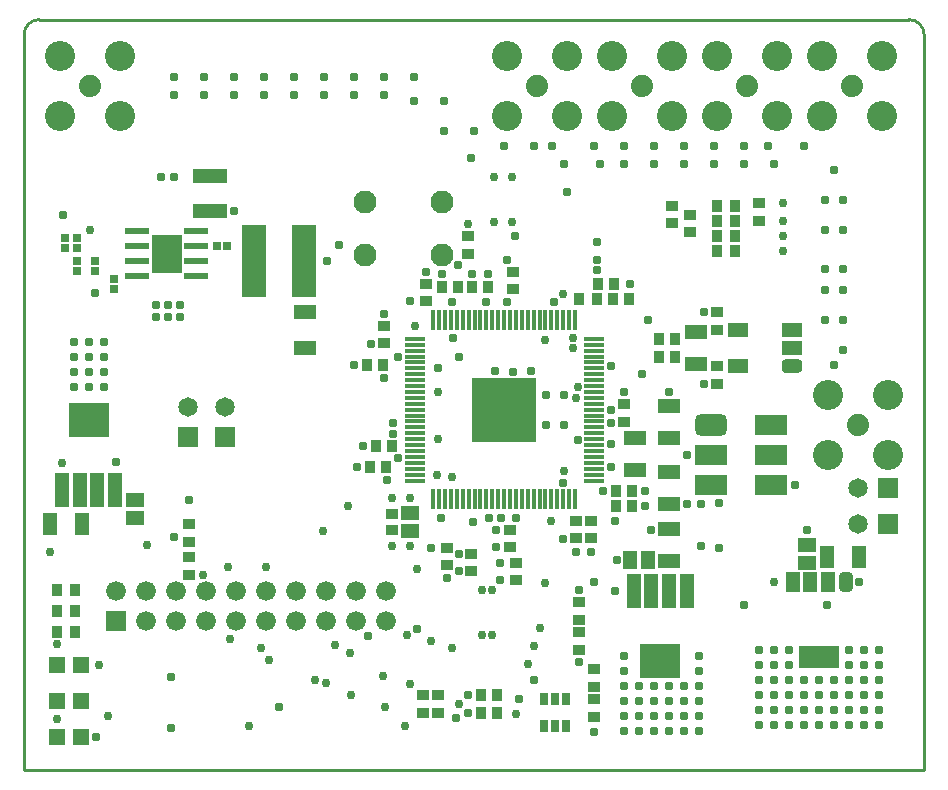
<source format=gts>
%FSLAX44Y44*%
%MOMM*%
G71*
G01*
G75*
G04 Layer_Color=8388736*
%ADD10R,1.8034X1.1176*%
%ADD11R,5.3000X5.3000*%
%ADD12O,1.6500X0.2700*%
%ADD13O,0.2700X1.6500*%
%ADD14R,1.2700X1.2700*%
%ADD15R,0.7000X0.9000*%
%ADD16R,0.8000X0.9000*%
%ADD17R,0.9000X0.8000*%
%ADD18R,2.5400X1.6510*%
G04:AMPARAMS|DCode=19|XSize=1.651mm|YSize=2.54mm|CornerRadius=0.4128mm|HoleSize=0mm|Usage=FLASHONLY|Rotation=270.000|XOffset=0mm|YOffset=0mm|HoleType=Round|Shape=RoundedRectangle|*
%AMROUNDEDRECTD19*
21,1,1.6510,1.7145,0,0,270.0*
21,1,0.8255,2.5400,0,0,270.0*
1,1,0.8255,-0.8572,-0.4128*
1,1,0.8255,-0.8572,0.4128*
1,1,0.8255,0.8572,0.4128*
1,1,0.8255,0.8572,-0.4128*
%
%ADD19ROUNDEDRECTD19*%
%ADD20R,0.9000X0.7000*%
%ADD21R,1.7000X1.1000*%
%ADD22R,1.0000X2.7000*%
%ADD23R,3.2000X2.7000*%
%ADD24R,0.6096X0.5588*%
%ADD25R,2.6924X1.1176*%
%ADD26R,0.5588X0.6096*%
%ADD27R,2.0000X6.0000*%
%ADD28R,1.4000X1.1000*%
%ADD29R,1.1000X1.7000*%
%ADD30R,1.1000X1.4000*%
G04:AMPARAMS|DCode=31|XSize=1mm|YSize=1.55mm|CornerRadius=0.25mm|HoleSize=0mm|Usage=FLASHONLY|Rotation=270.000|XOffset=0mm|YOffset=0mm|HoleType=Round|Shape=RoundedRectangle|*
%AMROUNDEDRECTD31*
21,1,1.0000,1.0500,0,0,270.0*
21,1,0.5000,1.5500,0,0,270.0*
1,1,0.5000,-0.5250,-0.2500*
1,1,0.5000,-0.5250,0.2500*
1,1,0.5000,0.5250,0.2500*
1,1,0.5000,0.5250,-0.2500*
%
%ADD31ROUNDEDRECTD31*%
%ADD32R,1.5500X1.0000*%
%ADD33R,3.3000X1.8000*%
%ADD34R,1.0000X1.5000*%
G04:AMPARAMS|DCode=35|XSize=1mm|YSize=1.5mm|CornerRadius=0.25mm|HoleSize=0mm|Usage=FLASHONLY|Rotation=180.000|XOffset=0mm|YOffset=0mm|HoleType=Round|Shape=RoundedRectangle|*
%AMROUNDEDRECTD35*
21,1,1.0000,1.0000,0,0,180.0*
21,1,0.5000,1.5000,0,0,180.0*
1,1,0.5000,-0.2500,0.5000*
1,1,0.5000,0.2500,0.5000*
1,1,0.5000,0.2500,-0.5000*
1,1,0.5000,-0.2500,-0.5000*
%
%ADD35ROUNDEDRECTD35*%
%ADD36R,2.3876X3.0988*%
%ADD37R,1.9812X0.4608*%
%ADD38R,0.6000X0.8500*%
%ADD39C,1.2700*%
%ADD40C,0.2032*%
%ADD41C,0.3048*%
%ADD42C,0.4064*%
%ADD43C,0.4277*%
%ADD44C,0.3999*%
%ADD45C,0.4572*%
%ADD46C,0.7620*%
%ADD47C,0.6350*%
%ADD48C,0.2540*%
%ADD49R,6.8580X10.1600*%
%ADD50R,8.8900X8.8900*%
%ADD51R,12.7000X8.8900*%
%ADD52R,1.5240X1.5240*%
%ADD53C,1.5240*%
%ADD54C,1.8000*%
%ADD55C,1.7272*%
%ADD56C,2.4000*%
%ADD57C,1.5000*%
%ADD58R,1.5000X1.5000*%
%ADD59R,1.5000X1.5000*%
%ADD60C,0.6350*%
%ADD61C,0.6096*%
%ADD62C,0.6600*%
%ADD63C,1.0160*%
%ADD64C,0.3810*%
%ADD65R,4.5720X4.4450*%
%ADD66R,6.9850X1.7780*%
%ADD67C,2.0320*%
G04:AMPARAMS|DCode=68|XSize=2.524mm|YSize=2.524mm|CornerRadius=0mm|HoleSize=0mm|Usage=FLASHONLY|Rotation=0.000|XOffset=0mm|YOffset=0mm|HoleType=Round|Shape=Relief|Width=0.254mm|Gap=0.254mm|Entries=4|*
%AMTHD68*
7,0,0,2.5240,2.0160,0.2540,45*
%
%ADD68THD68*%
%ADD69C,2.0160*%
%ADD70C,2.0828*%
%ADD71C,2.8160*%
%ADD72C,1.9160*%
G04:AMPARAMS|DCode=73|XSize=2.424mm|YSize=2.424mm|CornerRadius=0mm|HoleSize=0mm|Usage=FLASHONLY|Rotation=0.000|XOffset=0mm|YOffset=0mm|HoleType=Round|Shape=Relief|Width=0.254mm|Gap=0.254mm|Entries=4|*
%AMTHD73*
7,0,0,2.4240,1.9160,0.2540,45*
%
%ADD73THD73*%
%ADD74C,1.3970*%
%ADD75C,1.3208*%
%ADD76C,1.3460*%
%ADD77R,4.4450X4.4450*%
G04:AMPARAMS|DCode=78|XSize=2.54mm|YSize=2.54mm|CornerRadius=0mm|HoleSize=0mm|Usage=FLASHONLY|Rotation=0.000|XOffset=0mm|YOffset=0mm|HoleType=Round|Shape=Relief|Width=0.254mm|Gap=0.254mm|Entries=4|*
%AMTHD78*
7,0,0,2.5400,2.0320,0.2540,45*
%
%ADD78THD78*%
G04:AMPARAMS|DCode=79|XSize=3.324mm|YSize=3.324mm|CornerRadius=0mm|HoleSize=0mm|Usage=FLASHONLY|Rotation=0.000|XOffset=0mm|YOffset=0mm|HoleType=Round|Shape=Relief|Width=0.254mm|Gap=0.254mm|Entries=4|*
%AMTHD79*
7,0,0,3.3240,2.8160,0.2540,45*
%
%ADD79THD79*%
%ADD80R,1.8000X0.7000*%
G04:AMPARAMS|DCode=81|XSize=0.7mm|YSize=1.8mm|CornerRadius=0.175mm|HoleSize=0mm|Usage=FLASHONLY|Rotation=90.000|XOffset=0mm|YOffset=0mm|HoleType=Round|Shape=RoundedRectangle|*
%AMROUNDEDRECTD81*
21,1,0.7000,1.4500,0,0,90.0*
21,1,0.3500,1.8000,0,0,90.0*
1,1,0.3500,0.7250,0.1750*
1,1,0.3500,0.7250,-0.1750*
1,1,0.3500,-0.7250,-0.1750*
1,1,0.3500,-0.7250,0.1750*
%
%ADD81ROUNDEDRECTD81*%
%ADD82O,1.8500X0.3500*%
%ADD83C,0.6000*%
%ADD84C,0.2500*%
%ADD85C,0.1524*%
%ADD86C,0.1270*%
%ADD87C,0.2000*%
%ADD88C,0.1778*%
%ADD89R,8.1280X3.3020*%
%ADD90R,1.9558X1.2700*%
%ADD91R,5.4524X5.4524*%
%ADD92O,1.8024X0.4224*%
%ADD93O,0.4224X1.8024*%
%ADD94R,1.4224X1.4224*%
%ADD95R,0.8524X1.0524*%
%ADD96R,0.9524X1.0524*%
%ADD97R,1.0524X0.9524*%
%ADD98R,2.6924X1.8034*%
G04:AMPARAMS|DCode=99|XSize=1.8034mm|YSize=2.6924mm|CornerRadius=0.4508mm|HoleSize=0mm|Usage=FLASHONLY|Rotation=270.000|XOffset=0mm|YOffset=0mm|HoleType=Round|Shape=RoundedRectangle|*
%AMROUNDEDRECTD99*
21,1,1.8034,1.7907,0,0,270.0*
21,1,0.9017,2.6924,0,0,270.0*
1,1,0.9017,-0.8953,-0.4508*
1,1,0.9017,-0.8953,0.4508*
1,1,0.9017,0.8953,0.4508*
1,1,0.9017,0.8953,-0.4508*
%
%ADD99ROUNDEDRECTD99*%
%ADD100R,1.0524X0.8524*%
%ADD101R,1.8524X1.2524*%
%ADD102R,1.1524X2.8524*%
%ADD103R,3.3524X2.8524*%
%ADD104R,0.7620X0.7112*%
%ADD105R,2.8448X1.2700*%
%ADD106R,0.7112X0.7620*%
%ADD107R,2.1524X6.1524*%
%ADD108R,1.5524X1.2524*%
%ADD109R,1.2524X1.8524*%
%ADD110R,1.2524X1.5524*%
G04:AMPARAMS|DCode=111|XSize=1.1524mm|YSize=1.7024mm|CornerRadius=0.2881mm|HoleSize=0mm|Usage=FLASHONLY|Rotation=270.000|XOffset=0mm|YOffset=0mm|HoleType=Round|Shape=RoundedRectangle|*
%AMROUNDEDRECTD111*
21,1,1.1524,1.1262,0,0,270.0*
21,1,0.5762,1.7024,0,0,270.0*
1,1,0.5762,-0.5631,-0.2881*
1,1,0.5762,-0.5631,0.2881*
1,1,0.5762,0.5631,0.2881*
1,1,0.5762,0.5631,-0.2881*
%
%ADD111ROUNDEDRECTD111*%
%ADD112R,1.7024X1.1524*%
%ADD113R,3.4524X1.9524*%
%ADD114R,1.1524X1.6524*%
G04:AMPARAMS|DCode=115|XSize=1.1524mm|YSize=1.6524mm|CornerRadius=0.2881mm|HoleSize=0mm|Usage=FLASHONLY|Rotation=180.000|XOffset=0mm|YOffset=0mm|HoleType=Round|Shape=RoundedRectangle|*
%AMROUNDEDRECTD115*
21,1,1.1524,1.0762,0,0,180.0*
21,1,0.5762,1.6524,0,0,180.0*
1,1,0.5762,-0.2881,0.5381*
1,1,0.5762,0.2881,0.5381*
1,1,0.5762,0.2881,-0.5381*
1,1,0.5762,-0.2881,-0.5381*
%
%ADD115ROUNDEDRECTD115*%
%ADD116R,2.5400X3.2512*%
%ADD117R,2.1336X0.6132*%
%ADD118R,0.7524X1.0024*%
%ADD119R,1.6764X1.6764*%
%ADD120C,1.6764*%
%ADD121C,1.9524*%
%ADD122C,1.8796*%
%ADD123C,2.5524*%
%ADD124C,1.6524*%
%ADD125R,1.6524X1.6524*%
%ADD126R,1.6524X1.6524*%
%ADD127C,0.7874*%
%ADD128C,0.7620*%
D48*
X952500Y817880D02*
G03*
X939800Y830580I-12700J0D01*
G01*
X203200D02*
G03*
X190500Y817880I0J-12700D01*
G01*
X203200Y830580D02*
X939800D01*
X952500Y195580D02*
Y817880D01*
X190500Y195580D02*
Y817880D01*
Y195580D02*
X952500D01*
D90*
X427990Y552704D02*
D03*
Y582676D02*
D03*
D91*
X596900Y500380D02*
D03*
D92*
X672650Y560380D02*
D03*
Y555380D02*
D03*
Y550380D02*
D03*
Y545380D02*
D03*
Y540380D02*
D03*
Y535380D02*
D03*
Y530380D02*
D03*
Y525380D02*
D03*
Y520380D02*
D03*
Y515380D02*
D03*
Y510380D02*
D03*
Y505380D02*
D03*
Y500380D02*
D03*
Y495380D02*
D03*
Y490380D02*
D03*
Y485380D02*
D03*
Y480380D02*
D03*
Y475380D02*
D03*
Y470380D02*
D03*
Y465380D02*
D03*
Y460380D02*
D03*
Y455380D02*
D03*
Y450380D02*
D03*
Y445380D02*
D03*
Y440380D02*
D03*
X521150D02*
D03*
Y445380D02*
D03*
Y450380D02*
D03*
Y455380D02*
D03*
Y460380D02*
D03*
Y465380D02*
D03*
Y470380D02*
D03*
Y475380D02*
D03*
Y480380D02*
D03*
Y485380D02*
D03*
Y490380D02*
D03*
Y495380D02*
D03*
Y500380D02*
D03*
Y505380D02*
D03*
Y510380D02*
D03*
Y515380D02*
D03*
Y520380D02*
D03*
Y525380D02*
D03*
Y530380D02*
D03*
Y535380D02*
D03*
Y540380D02*
D03*
Y545380D02*
D03*
Y550380D02*
D03*
Y555380D02*
D03*
Y560380D02*
D03*
D93*
X656900Y424630D02*
D03*
X651900D02*
D03*
X646900D02*
D03*
X641900D02*
D03*
X636900D02*
D03*
X631900D02*
D03*
X626900D02*
D03*
X621900D02*
D03*
X616900D02*
D03*
X611900D02*
D03*
X606900D02*
D03*
X601900D02*
D03*
X596900D02*
D03*
X591900D02*
D03*
X586900D02*
D03*
X581900D02*
D03*
X576900D02*
D03*
X571900D02*
D03*
X566900D02*
D03*
X561900D02*
D03*
X556900D02*
D03*
X551900D02*
D03*
X546900D02*
D03*
X541900D02*
D03*
X536900D02*
D03*
Y576130D02*
D03*
X541900D02*
D03*
X546900D02*
D03*
X551900D02*
D03*
X556900D02*
D03*
X561900D02*
D03*
X566900D02*
D03*
X571900D02*
D03*
X576900D02*
D03*
X581900D02*
D03*
X586900D02*
D03*
X591900D02*
D03*
X596900D02*
D03*
X601900D02*
D03*
X606900D02*
D03*
X611900D02*
D03*
X616900D02*
D03*
X621900D02*
D03*
X626900D02*
D03*
X631900D02*
D03*
X636900D02*
D03*
X641900D02*
D03*
X646900D02*
D03*
X651900D02*
D03*
X656900D02*
D03*
D94*
X238760Y223520D02*
D03*
X218440D02*
D03*
X238760Y284480D02*
D03*
X218440D02*
D03*
X238760Y254000D02*
D03*
X218440D02*
D03*
D95*
X218560Y347980D02*
D03*
X233560D02*
D03*
X218560Y330200D02*
D03*
X233560D02*
D03*
X218560Y312420D02*
D03*
X233560D02*
D03*
X675520Y594360D02*
D03*
X660520D02*
D03*
X777360Y647820D02*
D03*
X792360D02*
D03*
X777360Y673220D02*
D03*
X792360D02*
D03*
X777360Y635120D02*
D03*
X792360D02*
D03*
X777360Y660520D02*
D03*
X792360D02*
D03*
D96*
X705500Y431800D02*
D03*
X691500D02*
D03*
X705500Y419100D02*
D03*
X691500D02*
D03*
X577200Y243840D02*
D03*
X591200D02*
D03*
X741680Y544830D02*
D03*
X727680D02*
D03*
X741680Y560070D02*
D03*
X727680D02*
D03*
X690260Y607060D02*
D03*
X676260D02*
D03*
X702960Y594360D02*
D03*
X688960D02*
D03*
X569580Y604520D02*
D03*
X583580D02*
D03*
X544180D02*
D03*
X558180D02*
D03*
X480680Y538480D02*
D03*
X494680D02*
D03*
X483220Y452120D02*
D03*
X497220D02*
D03*
X488300Y469900D02*
D03*
X502300D02*
D03*
X577200Y259080D02*
D03*
X591200D02*
D03*
D97*
X670560Y391780D02*
D03*
Y405780D02*
D03*
X657860Y391780D02*
D03*
Y405780D02*
D03*
X548640Y368920D02*
D03*
Y382920D02*
D03*
X604520Y616600D02*
D03*
Y602600D02*
D03*
X607060Y356220D02*
D03*
Y370220D02*
D03*
X601980Y384160D02*
D03*
Y398160D02*
D03*
X530860Y606440D02*
D03*
Y592440D02*
D03*
X495300Y570880D02*
D03*
Y556880D02*
D03*
X568960Y363840D02*
D03*
Y377840D02*
D03*
X501650Y412130D02*
D03*
Y398130D02*
D03*
D98*
X822960Y436880D02*
D03*
Y462280D02*
D03*
Y487680D02*
D03*
X772160Y436880D02*
D03*
Y462280D02*
D03*
D99*
Y487680D02*
D03*
D100*
X698500Y505340D02*
D03*
Y490340D02*
D03*
X330200Y375800D02*
D03*
Y360800D02*
D03*
Y403740D02*
D03*
Y388740D02*
D03*
X754380Y665480D02*
D03*
Y650480D02*
D03*
X739140Y673100D02*
D03*
Y658100D02*
D03*
X566420Y632580D02*
D03*
Y647580D02*
D03*
X673100Y240030D02*
D03*
Y255030D02*
D03*
Y265430D02*
D03*
Y280430D02*
D03*
X660400Y297300D02*
D03*
Y312300D02*
D03*
Y322700D02*
D03*
Y337700D02*
D03*
X777240Y567810D02*
D03*
Y582810D02*
D03*
Y522090D02*
D03*
Y537090D02*
D03*
X812800Y675520D02*
D03*
Y660520D02*
D03*
X528320Y243960D02*
D03*
Y258960D02*
D03*
X541020Y258960D02*
D03*
Y243960D02*
D03*
D101*
X707750Y476330D02*
D03*
Y449330D02*
D03*
X736600Y476720D02*
D03*
Y503720D02*
D03*
Y420840D02*
D03*
Y447840D02*
D03*
Y372580D02*
D03*
Y399580D02*
D03*
X759460Y538950D02*
D03*
Y565950D02*
D03*
D102*
X222610Y432780D02*
D03*
X237610D02*
D03*
X252610D02*
D03*
X267610D02*
D03*
X751480Y347000D02*
D03*
X736480D02*
D03*
X721480D02*
D03*
X706480D02*
D03*
D103*
X245110Y491780D02*
D03*
X728980Y288000D02*
D03*
D104*
X250190Y626491D02*
D03*
Y618109D02*
D03*
X266700Y611251D02*
D03*
Y602869D02*
D03*
X234950Y626491D02*
D03*
Y618109D02*
D03*
Y645541D02*
D03*
Y637159D02*
D03*
X224790Y645541D02*
D03*
Y637159D02*
D03*
D105*
X347980Y668274D02*
D03*
Y698246D02*
D03*
D106*
X353949Y638810D02*
D03*
X362331D02*
D03*
D107*
X384900Y626110D02*
D03*
X427900D02*
D03*
D108*
X284480Y409060D02*
D03*
Y424060D02*
D03*
X853440Y370960D02*
D03*
Y385960D02*
D03*
X516890Y397750D02*
D03*
Y412750D02*
D03*
D109*
X870420Y375920D02*
D03*
X897420D02*
D03*
X239560Y403860D02*
D03*
X212560D02*
D03*
D110*
X718700Y373380D02*
D03*
X703700D02*
D03*
D111*
X840630Y537450D02*
D03*
D112*
Y552450D02*
D03*
Y567450D02*
D03*
X795130D02*
D03*
Y537450D02*
D03*
D113*
X863600Y291080D02*
D03*
D114*
X841100Y354080D02*
D03*
X856100D02*
D03*
X871100D02*
D03*
D115*
X886100D02*
D03*
D116*
X311150Y632460D02*
D03*
D117*
X335788Y651510D02*
D03*
Y638810D02*
D03*
Y626110D02*
D03*
Y613410D02*
D03*
X286512D02*
D03*
Y626110D02*
D03*
Y638810D02*
D03*
Y651510D02*
D03*
D118*
X649580Y232590D02*
D03*
X640080D02*
D03*
X630580D02*
D03*
Y255090D02*
D03*
X640080D02*
D03*
X649580D02*
D03*
D119*
X267970Y321310D02*
D03*
D120*
Y346710D02*
D03*
X293370Y321310D02*
D03*
Y346710D02*
D03*
X318770Y321310D02*
D03*
Y346710D02*
D03*
X344170Y321310D02*
D03*
Y346710D02*
D03*
X369570Y321310D02*
D03*
Y346710D02*
D03*
X394970Y321310D02*
D03*
Y346710D02*
D03*
X420370Y321310D02*
D03*
Y346710D02*
D03*
X445770Y321310D02*
D03*
Y346710D02*
D03*
X471170Y321310D02*
D03*
Y346710D02*
D03*
X496570Y321310D02*
D03*
Y346710D02*
D03*
D121*
X479310Y676550D02*
D03*
X544310D02*
D03*
Y631550D02*
D03*
X479310D02*
D03*
D122*
X896620Y487680D02*
D03*
X246380Y774700D02*
D03*
X624840D02*
D03*
X713740D02*
D03*
X802640D02*
D03*
X891540D02*
D03*
D123*
X922020Y462280D02*
D03*
X871220Y513080D02*
D03*
X922020D02*
D03*
X871220Y462280D02*
D03*
X220980Y800100D02*
D03*
X271780Y749300D02*
D03*
X220980D02*
D03*
X271780Y800100D02*
D03*
X650240Y749300D02*
D03*
X599440Y800100D02*
D03*
Y749300D02*
D03*
X650240Y800100D02*
D03*
X739140Y749300D02*
D03*
X688340Y800100D02*
D03*
Y749300D02*
D03*
X739140Y800100D02*
D03*
X828040Y749300D02*
D03*
X777240Y800100D02*
D03*
Y749300D02*
D03*
X828040Y800100D02*
D03*
X916940Y749300D02*
D03*
X866140Y800100D02*
D03*
Y749300D02*
D03*
X916940Y800100D02*
D03*
D124*
X328930Y502920D02*
D03*
X360680D02*
D03*
X896620Y403860D02*
D03*
Y434340D02*
D03*
D125*
X328930Y477520D02*
D03*
X360680D02*
D03*
D126*
X922020Y403860D02*
D03*
Y434340D02*
D03*
D127*
X556514Y239268D02*
D03*
X523240Y314960D02*
D03*
X457200Y640080D02*
D03*
X223520Y665480D02*
D03*
X883920Y619760D02*
D03*
X876300Y703580D02*
D03*
X637540Y723900D02*
D03*
X678180Y708660D02*
D03*
X850900Y723900D02*
D03*
X568960Y713740D02*
D03*
X596900Y723900D02*
D03*
X622300D02*
D03*
X673100D02*
D03*
X698500D02*
D03*
X723900D02*
D03*
X749300D02*
D03*
X774700D02*
D03*
X800100D02*
D03*
X820420D02*
D03*
X883920Y678180D02*
D03*
X868680D02*
D03*
X825500Y708660D02*
D03*
X800100D02*
D03*
X774700D02*
D03*
X749300D02*
D03*
X723900D02*
D03*
X698500D02*
D03*
X647700D02*
D03*
X876300Y538480D02*
D03*
X883920Y576580D02*
D03*
Y551180D02*
D03*
Y601980D02*
D03*
Y652780D02*
D03*
X868680Y576580D02*
D03*
Y601980D02*
D03*
Y619760D02*
D03*
Y652780D02*
D03*
X605790Y647700D02*
D03*
X687070Y500380D02*
D03*
Y537210D02*
D03*
X659130Y474980D02*
D03*
X687070Y452120D02*
D03*
Y488950D02*
D03*
X368300Y668274D02*
D03*
X506730Y544830D02*
D03*
X250190Y599440D02*
D03*
X257810Y557530D02*
D03*
X245110D02*
D03*
X257810Y544830D02*
D03*
X245110D02*
D03*
X257810Y532130D02*
D03*
X245110D02*
D03*
Y519430D02*
D03*
X232410Y557530D02*
D03*
Y544830D02*
D03*
Y532130D02*
D03*
Y519430D02*
D03*
X607060Y408940D02*
D03*
X570230Y405130D02*
D03*
X257810Y519430D02*
D03*
X698500Y228600D02*
D03*
X711200D02*
D03*
X723900D02*
D03*
X736600D02*
D03*
X749300D02*
D03*
X762000D02*
D03*
X698500Y241300D02*
D03*
X711200D02*
D03*
X723900D02*
D03*
X736600D02*
D03*
X749300D02*
D03*
X762000D02*
D03*
X698500Y254000D02*
D03*
X711200D02*
D03*
X723900D02*
D03*
X736600D02*
D03*
X749300D02*
D03*
X762000D02*
D03*
Y266700D02*
D03*
X749300D02*
D03*
X736600D02*
D03*
X723900D02*
D03*
X711200D02*
D03*
X698500D02*
D03*
Y279400D02*
D03*
Y292100D02*
D03*
X762000Y279400D02*
D03*
Y292100D02*
D03*
X812800Y233680D02*
D03*
X825500D02*
D03*
X838200D02*
D03*
X850900D02*
D03*
X863600D02*
D03*
X876300D02*
D03*
X889000D02*
D03*
X901700D02*
D03*
X914400D02*
D03*
X812800Y246380D02*
D03*
X825500D02*
D03*
X838200D02*
D03*
X850900D02*
D03*
X863600D02*
D03*
X876300D02*
D03*
X889000D02*
D03*
X901700D02*
D03*
X914400D02*
D03*
X812800Y259080D02*
D03*
Y271780D02*
D03*
Y284480D02*
D03*
Y297180D02*
D03*
X825500D02*
D03*
Y284480D02*
D03*
Y271780D02*
D03*
Y259080D02*
D03*
X838200Y297180D02*
D03*
Y284480D02*
D03*
Y271780D02*
D03*
Y259080D02*
D03*
X850900D02*
D03*
X863600D02*
D03*
X876300D02*
D03*
X889000D02*
D03*
X901700D02*
D03*
X914400D02*
D03*
X850900Y271780D02*
D03*
X863600D02*
D03*
X876300D02*
D03*
X889000D02*
D03*
X901700D02*
D03*
X914400D02*
D03*
X889000Y284480D02*
D03*
X901700D02*
D03*
X914400D02*
D03*
X889000Y297180D02*
D03*
X901700D02*
D03*
X914400D02*
D03*
X690880Y346964D02*
D03*
X703580Y607060D02*
D03*
X632460Y487680D02*
D03*
X552450Y591820D02*
D03*
X638810D02*
D03*
X675640Y642620D02*
D03*
X314960Y274320D02*
D03*
X657860Y379730D02*
D03*
X751840Y462280D02*
D03*
X843280Y436880D02*
D03*
X716280Y431800D02*
D03*
Y419100D02*
D03*
X721360Y398780D02*
D03*
X751840Y420370D02*
D03*
X251460Y223520D02*
D03*
X680720Y431800D02*
D03*
X267970Y455930D02*
D03*
X502920Y480060D02*
D03*
X477520Y469900D02*
D03*
X558800Y378460D02*
D03*
X647700Y487680D02*
D03*
X632460Y513080D02*
D03*
X317500Y392430D02*
D03*
X660400Y347980D02*
D03*
X314960Y231140D02*
D03*
X609600Y255270D02*
D03*
X622300Y271780D02*
D03*
X660400Y287020D02*
D03*
X673100Y227330D02*
D03*
X765810Y521970D02*
D03*
Y582930D02*
D03*
X736600Y515620D02*
D03*
X800100Y335280D02*
D03*
X869950D02*
D03*
X713740Y530860D02*
D03*
X718820Y576580D02*
D03*
X763270Y384810D02*
D03*
X778510Y383540D02*
D03*
Y421640D02*
D03*
X763270Y420370D02*
D03*
X530860Y617220D02*
D03*
X544180Y615330D02*
D03*
X517540Y592440D02*
D03*
X558180Y622950D02*
D03*
X548640Y358140D02*
D03*
X593710Y356220D02*
D03*
X535290Y382920D02*
D03*
X604520Y532384D02*
D03*
X619760Y533400D02*
D03*
X566420Y243840D02*
D03*
X483870Y556260D02*
D03*
X469900Y538480D02*
D03*
X495300Y527050D02*
D03*
X502920Y488950D02*
D03*
X330200Y424180D02*
D03*
X472440Y452120D02*
D03*
X599440Y591820D02*
D03*
X581660D02*
D03*
X583580Y615300D02*
D03*
X569580Y615330D02*
D03*
X599440Y627380D02*
D03*
X650240Y684530D02*
D03*
X698500Y515620D02*
D03*
X543560Y408940D02*
D03*
X690880Y405780D02*
D03*
X897420Y354800D02*
D03*
X853440Y398780D02*
D03*
X558800Y544830D02*
D03*
X553720Y561340D02*
D03*
X495300Y581660D02*
D03*
X447040Y626110D02*
D03*
X675640Y618490D02*
D03*
Y627380D02*
D03*
X541020Y535940D02*
D03*
X566420Y259080D02*
D03*
X692150Y373380D02*
D03*
X647700Y513080D02*
D03*
X670560Y379730D02*
D03*
X687070Y471170D02*
D03*
X673100Y354330D02*
D03*
X646430Y391160D02*
D03*
X646900Y438620D02*
D03*
X593710Y370220D02*
D03*
X584200Y408940D02*
D03*
X594360D02*
D03*
X589900Y398160D02*
D03*
X589900Y384160D02*
D03*
X558800Y363840D02*
D03*
X481330Y308610D02*
D03*
X589280Y533400D02*
D03*
X506730Y459740D02*
D03*
X497840Y440690D02*
D03*
X311150Y632460D02*
D03*
X306070Y697230D02*
D03*
X317500D02*
D03*
X302260Y589280D02*
D03*
X312420D02*
D03*
X322580D02*
D03*
Y579120D02*
D03*
X312420D02*
D03*
X302260D02*
D03*
X406400Y248920D02*
D03*
X317500Y767080D02*
D03*
X342900D02*
D03*
X368300D02*
D03*
X393700D02*
D03*
X419100D02*
D03*
X444500D02*
D03*
X469900D02*
D03*
X495300D02*
D03*
X520700Y762000D02*
D03*
X546100Y736600D02*
D03*
X571500D02*
D03*
X520700Y782320D02*
D03*
X444500D02*
D03*
X546100Y762000D02*
D03*
X495300Y782320D02*
D03*
X469900D02*
D03*
X393700D02*
D03*
X368300D02*
D03*
X419100D02*
D03*
X342900D02*
D03*
X317500D02*
D03*
D128*
X534814Y304546D02*
D03*
X523240Y365760D02*
D03*
X833000Y635120D02*
D03*
Y647820D02*
D03*
X833120Y660400D02*
D03*
X833000Y675520D02*
D03*
X514350Y309880D02*
D03*
X552450Y298450D02*
D03*
X558800Y251460D02*
D03*
X341630Y360779D02*
D03*
X363220Y367030D02*
D03*
X394970D02*
D03*
X218440Y238760D02*
D03*
X218560Y302380D02*
D03*
X294640Y386080D02*
D03*
X246380Y652780D02*
D03*
X222610Y455570D02*
D03*
X631840Y559420D02*
D03*
X646900Y598640D02*
D03*
X261620Y241300D02*
D03*
X254000Y284480D02*
D03*
X380820Y232590D02*
D03*
X659130Y519430D02*
D03*
X657860Y510286D02*
D03*
X513080Y232410D02*
D03*
X647700Y448310D02*
D03*
X516890Y425450D02*
D03*
X501650Y425450D02*
D03*
X516890Y384810D02*
D03*
X603250Y659130D02*
D03*
X588010D02*
D03*
X588010Y697230D02*
D03*
X603250D02*
D03*
X566420Y657860D02*
D03*
X825500Y354330D02*
D03*
X655320Y561340D02*
D03*
Y552450D02*
D03*
X521150Y571050D02*
D03*
X212560Y380200D02*
D03*
X616900Y285430D02*
D03*
X496460Y249030D02*
D03*
X621900Y300590D02*
D03*
X626900Y315750D02*
D03*
X586740Y309880D02*
D03*
X631900Y353770D02*
D03*
X577850Y309880D02*
D03*
X636270Y406400D02*
D03*
X586740Y347980D02*
D03*
X578049Y347781D02*
D03*
X552450Y443230D02*
D03*
X464820Y419100D02*
D03*
X501650Y384810D02*
D03*
X540140Y445380D02*
D03*
X540620Y475380D02*
D03*
X540780Y515380D02*
D03*
X443230Y397510D02*
D03*
X494740Y275030D02*
D03*
X516890Y267970D02*
D03*
X467380Y258860D02*
D03*
X453390Y300990D02*
D03*
X466200Y294530D02*
D03*
X445770Y269240D02*
D03*
X364490Y306070D02*
D03*
X607060Y242570D02*
D03*
X397770Y288030D02*
D03*
X391160Y298450D02*
D03*
X436880Y271780D02*
D03*
M02*

</source>
